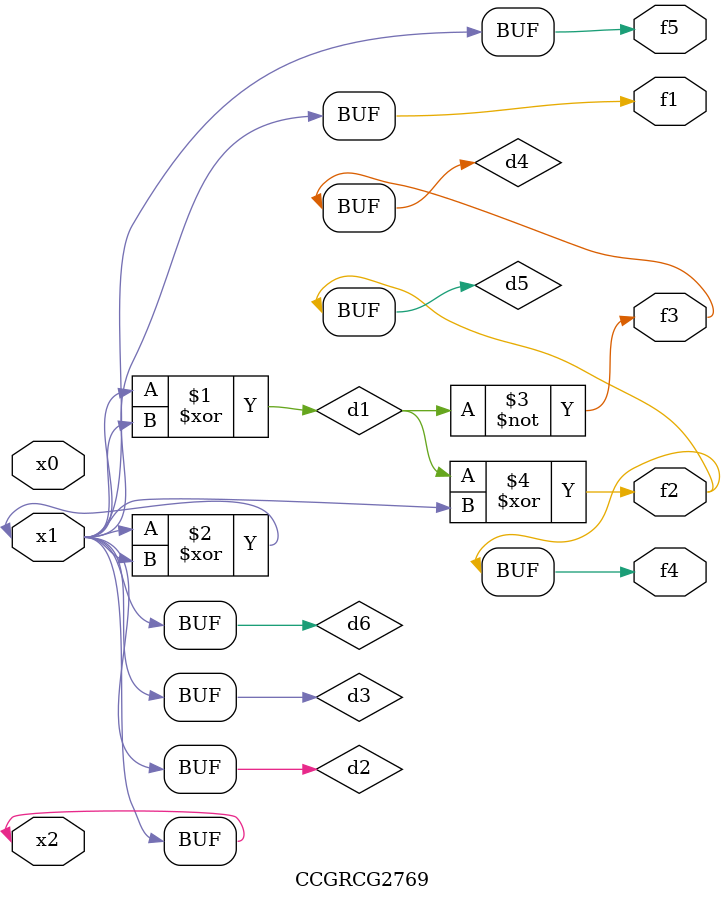
<source format=v>
module CCGRCG2769(
	input x0, x1, x2,
	output f1, f2, f3, f4, f5
);

	wire d1, d2, d3, d4, d5, d6;

	xor (d1, x1, x2);
	buf (d2, x1, x2);
	xor (d3, x1, x2);
	nor (d4, d1);
	xor (d5, d1, d2);
	buf (d6, d2, d3);
	assign f1 = d6;
	assign f2 = d5;
	assign f3 = d4;
	assign f4 = d5;
	assign f5 = d6;
endmodule

</source>
